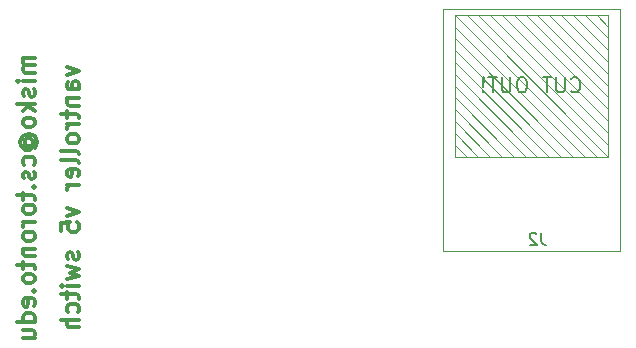
<source format=gbr>
%TF.GenerationSoftware,KiCad,Pcbnew,(5.1.9-0-10_14)*%
%TF.CreationDate,2021-07-01T16:44:21-07:00*%
%TF.ProjectId,vantroller_v5_switch,76616e74-726f-46c6-9c65-725f76355f73,rev?*%
%TF.SameCoordinates,Original*%
%TF.FileFunction,Legend,Bot*%
%TF.FilePolarity,Positive*%
%FSLAX46Y46*%
G04 Gerber Fmt 4.6, Leading zero omitted, Abs format (unit mm)*
G04 Created by KiCad (PCBNEW (5.1.9-0-10_14)) date 2021-07-01 16:44:21*
%MOMM*%
%LPD*%
G01*
G04 APERTURE LIST*
%ADD10C,0.300000*%
%ADD11C,0.120000*%
%ADD12C,0.150000*%
G04 APERTURE END LIST*
D10*
X31678571Y-104392857D02*
X30678571Y-104392857D01*
X30821428Y-104392857D02*
X30750000Y-104464285D01*
X30678571Y-104607142D01*
X30678571Y-104821428D01*
X30750000Y-104964285D01*
X30892857Y-105035714D01*
X31678571Y-105035714D01*
X30892857Y-105035714D02*
X30750000Y-105107142D01*
X30678571Y-105250000D01*
X30678571Y-105464285D01*
X30750000Y-105607142D01*
X30892857Y-105678571D01*
X31678571Y-105678571D01*
X31678571Y-106392857D02*
X30678571Y-106392857D01*
X30178571Y-106392857D02*
X30250000Y-106321428D01*
X30321428Y-106392857D01*
X30250000Y-106464285D01*
X30178571Y-106392857D01*
X30321428Y-106392857D01*
X31607142Y-107035714D02*
X31678571Y-107178571D01*
X31678571Y-107464285D01*
X31607142Y-107607142D01*
X31464285Y-107678571D01*
X31392857Y-107678571D01*
X31250000Y-107607142D01*
X31178571Y-107464285D01*
X31178571Y-107250000D01*
X31107142Y-107107142D01*
X30964285Y-107035714D01*
X30892857Y-107035714D01*
X30750000Y-107107142D01*
X30678571Y-107250000D01*
X30678571Y-107464285D01*
X30750000Y-107607142D01*
X31678571Y-108321428D02*
X30178571Y-108321428D01*
X31107142Y-108464285D02*
X31678571Y-108892857D01*
X30678571Y-108892857D02*
X31250000Y-108321428D01*
X31678571Y-109750000D02*
X31607142Y-109607142D01*
X31535714Y-109535714D01*
X31392857Y-109464285D01*
X30964285Y-109464285D01*
X30821428Y-109535714D01*
X30750000Y-109607142D01*
X30678571Y-109750000D01*
X30678571Y-109964285D01*
X30750000Y-110107142D01*
X30821428Y-110178571D01*
X30964285Y-110250000D01*
X31392857Y-110250000D01*
X31535714Y-110178571D01*
X31607142Y-110107142D01*
X31678571Y-109964285D01*
X31678571Y-109750000D01*
X30964285Y-111821428D02*
X30892857Y-111750000D01*
X30821428Y-111607142D01*
X30821428Y-111464285D01*
X30892857Y-111321428D01*
X30964285Y-111250000D01*
X31107142Y-111178571D01*
X31250000Y-111178571D01*
X31392857Y-111250000D01*
X31464285Y-111321428D01*
X31535714Y-111464285D01*
X31535714Y-111607142D01*
X31464285Y-111750000D01*
X31392857Y-111821428D01*
X30821428Y-111821428D02*
X31392857Y-111821428D01*
X31464285Y-111892857D01*
X31464285Y-111964285D01*
X31392857Y-112107142D01*
X31250000Y-112178571D01*
X30892857Y-112178571D01*
X30678571Y-112035714D01*
X30535714Y-111821428D01*
X30464285Y-111535714D01*
X30535714Y-111250000D01*
X30678571Y-111035714D01*
X30892857Y-110892857D01*
X31178571Y-110821428D01*
X31464285Y-110892857D01*
X31678571Y-111035714D01*
X31821428Y-111250000D01*
X31892857Y-111535714D01*
X31821428Y-111821428D01*
X31678571Y-112035714D01*
X31607142Y-113464285D02*
X31678571Y-113321428D01*
X31678571Y-113035714D01*
X31607142Y-112892857D01*
X31535714Y-112821428D01*
X31392857Y-112750000D01*
X30964285Y-112750000D01*
X30821428Y-112821428D01*
X30750000Y-112892857D01*
X30678571Y-113035714D01*
X30678571Y-113321428D01*
X30750000Y-113464285D01*
X31607142Y-114035714D02*
X31678571Y-114178571D01*
X31678571Y-114464285D01*
X31607142Y-114607142D01*
X31464285Y-114678571D01*
X31392857Y-114678571D01*
X31250000Y-114607142D01*
X31178571Y-114464285D01*
X31178571Y-114250000D01*
X31107142Y-114107142D01*
X30964285Y-114035714D01*
X30892857Y-114035714D01*
X30750000Y-114107142D01*
X30678571Y-114250000D01*
X30678571Y-114464285D01*
X30750000Y-114607142D01*
X31535714Y-115321428D02*
X31607142Y-115392857D01*
X31678571Y-115321428D01*
X31607142Y-115250000D01*
X31535714Y-115321428D01*
X31678571Y-115321428D01*
X30678571Y-115821428D02*
X30678571Y-116392857D01*
X30178571Y-116035714D02*
X31464285Y-116035714D01*
X31607142Y-116107142D01*
X31678571Y-116250000D01*
X31678571Y-116392857D01*
X31678571Y-117107142D02*
X31607142Y-116964285D01*
X31535714Y-116892857D01*
X31392857Y-116821428D01*
X30964285Y-116821428D01*
X30821428Y-116892857D01*
X30750000Y-116964285D01*
X30678571Y-117107142D01*
X30678571Y-117321428D01*
X30750000Y-117464285D01*
X30821428Y-117535714D01*
X30964285Y-117607142D01*
X31392857Y-117607142D01*
X31535714Y-117535714D01*
X31607142Y-117464285D01*
X31678571Y-117321428D01*
X31678571Y-117107142D01*
X31678571Y-118250000D02*
X30678571Y-118250000D01*
X30964285Y-118250000D02*
X30821428Y-118321428D01*
X30750000Y-118392857D01*
X30678571Y-118535714D01*
X30678571Y-118678571D01*
X31678571Y-119392857D02*
X31607142Y-119250000D01*
X31535714Y-119178571D01*
X31392857Y-119107142D01*
X30964285Y-119107142D01*
X30821428Y-119178571D01*
X30750000Y-119250000D01*
X30678571Y-119392857D01*
X30678571Y-119607142D01*
X30750000Y-119750000D01*
X30821428Y-119821428D01*
X30964285Y-119892857D01*
X31392857Y-119892857D01*
X31535714Y-119821428D01*
X31607142Y-119750000D01*
X31678571Y-119607142D01*
X31678571Y-119392857D01*
X30678571Y-120535714D02*
X31678571Y-120535714D01*
X30821428Y-120535714D02*
X30750000Y-120607142D01*
X30678571Y-120750000D01*
X30678571Y-120964285D01*
X30750000Y-121107142D01*
X30892857Y-121178571D01*
X31678571Y-121178571D01*
X30678571Y-121678571D02*
X30678571Y-122250000D01*
X30178571Y-121892857D02*
X31464285Y-121892857D01*
X31607142Y-121964285D01*
X31678571Y-122107142D01*
X31678571Y-122250000D01*
X31678571Y-122964285D02*
X31607142Y-122821428D01*
X31535714Y-122750000D01*
X31392857Y-122678571D01*
X30964285Y-122678571D01*
X30821428Y-122750000D01*
X30750000Y-122821428D01*
X30678571Y-122964285D01*
X30678571Y-123178571D01*
X30750000Y-123321428D01*
X30821428Y-123392857D01*
X30964285Y-123464285D01*
X31392857Y-123464285D01*
X31535714Y-123392857D01*
X31607142Y-123321428D01*
X31678571Y-123178571D01*
X31678571Y-122964285D01*
X31535714Y-124107142D02*
X31607142Y-124178571D01*
X31678571Y-124107142D01*
X31607142Y-124035714D01*
X31535714Y-124107142D01*
X31678571Y-124107142D01*
X31607142Y-125392857D02*
X31678571Y-125250000D01*
X31678571Y-124964285D01*
X31607142Y-124821428D01*
X31464285Y-124750000D01*
X30892857Y-124750000D01*
X30750000Y-124821428D01*
X30678571Y-124964285D01*
X30678571Y-125250000D01*
X30750000Y-125392857D01*
X30892857Y-125464285D01*
X31035714Y-125464285D01*
X31178571Y-124750000D01*
X31678571Y-126750000D02*
X30178571Y-126750000D01*
X31607142Y-126750000D02*
X31678571Y-126607142D01*
X31678571Y-126321428D01*
X31607142Y-126178571D01*
X31535714Y-126107142D01*
X31392857Y-126035714D01*
X30964285Y-126035714D01*
X30821428Y-126107142D01*
X30750000Y-126178571D01*
X30678571Y-126321428D01*
X30678571Y-126607142D01*
X30750000Y-126750000D01*
X30678571Y-128107142D02*
X31678571Y-128107142D01*
X30678571Y-127464285D02*
X31464285Y-127464285D01*
X31607142Y-127535714D01*
X31678571Y-127678571D01*
X31678571Y-127892857D01*
X31607142Y-128035714D01*
X31535714Y-128107142D01*
X34428571Y-105142857D02*
X35428571Y-105500000D01*
X34428571Y-105857142D01*
X35428571Y-107071428D02*
X34642857Y-107071428D01*
X34500000Y-107000000D01*
X34428571Y-106857142D01*
X34428571Y-106571428D01*
X34500000Y-106428571D01*
X35357142Y-107071428D02*
X35428571Y-106928571D01*
X35428571Y-106571428D01*
X35357142Y-106428571D01*
X35214285Y-106357142D01*
X35071428Y-106357142D01*
X34928571Y-106428571D01*
X34857142Y-106571428D01*
X34857142Y-106928571D01*
X34785714Y-107071428D01*
X34428571Y-107785714D02*
X35428571Y-107785714D01*
X34571428Y-107785714D02*
X34500000Y-107857142D01*
X34428571Y-108000000D01*
X34428571Y-108214285D01*
X34500000Y-108357142D01*
X34642857Y-108428571D01*
X35428571Y-108428571D01*
X34428571Y-108928571D02*
X34428571Y-109500000D01*
X33928571Y-109142857D02*
X35214285Y-109142857D01*
X35357142Y-109214285D01*
X35428571Y-109357142D01*
X35428571Y-109500000D01*
X35428571Y-110000000D02*
X34428571Y-110000000D01*
X34714285Y-110000000D02*
X34571428Y-110071428D01*
X34500000Y-110142857D01*
X34428571Y-110285714D01*
X34428571Y-110428571D01*
X35428571Y-111142857D02*
X35357142Y-111000000D01*
X35285714Y-110928571D01*
X35142857Y-110857142D01*
X34714285Y-110857142D01*
X34571428Y-110928571D01*
X34500000Y-111000000D01*
X34428571Y-111142857D01*
X34428571Y-111357142D01*
X34500000Y-111500000D01*
X34571428Y-111571428D01*
X34714285Y-111642857D01*
X35142857Y-111642857D01*
X35285714Y-111571428D01*
X35357142Y-111500000D01*
X35428571Y-111357142D01*
X35428571Y-111142857D01*
X35428571Y-112500000D02*
X35357142Y-112357142D01*
X35214285Y-112285714D01*
X33928571Y-112285714D01*
X35428571Y-113285714D02*
X35357142Y-113142857D01*
X35214285Y-113071428D01*
X33928571Y-113071428D01*
X35357142Y-114428571D02*
X35428571Y-114285714D01*
X35428571Y-114000000D01*
X35357142Y-113857142D01*
X35214285Y-113785714D01*
X34642857Y-113785714D01*
X34500000Y-113857142D01*
X34428571Y-114000000D01*
X34428571Y-114285714D01*
X34500000Y-114428571D01*
X34642857Y-114500000D01*
X34785714Y-114500000D01*
X34928571Y-113785714D01*
X35428571Y-115142857D02*
X34428571Y-115142857D01*
X34714285Y-115142857D02*
X34571428Y-115214285D01*
X34500000Y-115285714D01*
X34428571Y-115428571D01*
X34428571Y-115571428D01*
X34428571Y-117071428D02*
X35428571Y-117428571D01*
X34428571Y-117785714D01*
X33928571Y-119071428D02*
X33928571Y-118357142D01*
X34642857Y-118285714D01*
X34571428Y-118357142D01*
X34500000Y-118500000D01*
X34500000Y-118857142D01*
X34571428Y-119000000D01*
X34642857Y-119071428D01*
X34785714Y-119142857D01*
X35142857Y-119142857D01*
X35285714Y-119071428D01*
X35357142Y-119000000D01*
X35428571Y-118857142D01*
X35428571Y-118500000D01*
X35357142Y-118357142D01*
X35285714Y-118285714D01*
X35357142Y-120857142D02*
X35428571Y-121000000D01*
X35428571Y-121285714D01*
X35357142Y-121428571D01*
X35214285Y-121500000D01*
X35142857Y-121500000D01*
X35000000Y-121428571D01*
X34928571Y-121285714D01*
X34928571Y-121071428D01*
X34857142Y-120928571D01*
X34714285Y-120857142D01*
X34642857Y-120857142D01*
X34500000Y-120928571D01*
X34428571Y-121071428D01*
X34428571Y-121285714D01*
X34500000Y-121428571D01*
X34428571Y-122000000D02*
X35428571Y-122285714D01*
X34714285Y-122571428D01*
X35428571Y-122857142D01*
X34428571Y-123142857D01*
X35428571Y-123714285D02*
X34428571Y-123714285D01*
X33928571Y-123714285D02*
X34000000Y-123642857D01*
X34071428Y-123714285D01*
X34000000Y-123785714D01*
X33928571Y-123714285D01*
X34071428Y-123714285D01*
X34428571Y-124214285D02*
X34428571Y-124785714D01*
X33928571Y-124428571D02*
X35214285Y-124428571D01*
X35357142Y-124500000D01*
X35428571Y-124642857D01*
X35428571Y-124785714D01*
X35357142Y-125928571D02*
X35428571Y-125785714D01*
X35428571Y-125500000D01*
X35357142Y-125357142D01*
X35285714Y-125285714D01*
X35142857Y-125214285D01*
X34714285Y-125214285D01*
X34571428Y-125285714D01*
X34500000Y-125357142D01*
X34428571Y-125500000D01*
X34428571Y-125785714D01*
X34500000Y-125928571D01*
X35428571Y-126571428D02*
X33928571Y-126571428D01*
X35428571Y-127214285D02*
X34642857Y-127214285D01*
X34500000Y-127142857D01*
X34428571Y-127000000D01*
X34428571Y-126785714D01*
X34500000Y-126642857D01*
X34571428Y-126571428D01*
D11*
%TO.C,J2*%
X67250000Y-112750000D02*
X80250000Y-112750000D01*
X80250000Y-112750000D02*
X80250000Y-100750000D01*
X67250000Y-100750000D02*
X80250000Y-100750000D01*
X67250000Y-112750000D02*
X67250000Y-100750000D01*
X66250000Y-120750000D02*
X81250000Y-120750000D01*
X81250000Y-120750000D02*
X81250000Y-100250000D01*
X66250000Y-100250000D02*
X66250000Y-120750000D01*
X81250000Y-100250000D02*
X66250000Y-100250000D01*
X78250000Y-112750000D02*
X67250000Y-101750000D01*
X77250000Y-112750000D02*
X78250000Y-112750000D01*
X67250000Y-102750000D02*
X77250000Y-112750000D01*
X67250000Y-103750000D02*
X67250000Y-102750000D01*
X76250000Y-112750000D02*
X67250000Y-103750000D01*
X75250000Y-112750000D02*
X76250000Y-112750000D01*
X67250000Y-104750000D02*
X75250000Y-112750000D01*
X67250000Y-105750000D02*
X67250000Y-104750000D01*
X74250000Y-112750000D02*
X67250000Y-105750000D01*
X73250000Y-112750000D02*
X74250000Y-112750000D01*
X67250000Y-106750000D02*
X73250000Y-112750000D01*
X67250000Y-107750000D02*
X67250000Y-106750000D01*
X72250000Y-112750000D02*
X67250000Y-107750000D01*
X71250000Y-112750000D02*
X72250000Y-112750000D01*
X67250000Y-108750000D02*
X71250000Y-112750000D01*
X67250000Y-109750000D02*
X67250000Y-108750000D01*
X70250000Y-112750000D02*
X67250000Y-109750000D01*
X69250000Y-112750000D02*
X70250000Y-112750000D01*
X67250000Y-110750000D02*
X69250000Y-112750000D01*
X67250000Y-111750000D02*
X67250000Y-110750000D01*
X68250000Y-112750000D02*
X67250000Y-111750000D01*
X67250000Y-100750000D02*
X79250000Y-112750000D01*
X79250000Y-100750000D02*
X80250000Y-101750000D01*
X78250000Y-100750000D02*
X79250000Y-100750000D01*
X80250000Y-102750000D02*
X78250000Y-100750000D01*
X80250000Y-102250000D02*
X80250000Y-102750000D01*
X80250000Y-103750000D02*
X80250000Y-102250000D01*
X77250000Y-100750000D02*
X80250000Y-103750000D01*
X76250000Y-100750000D02*
X77250000Y-100750000D01*
X80250000Y-104750000D02*
X76250000Y-100750000D01*
X80250000Y-105750000D02*
X80250000Y-104750000D01*
X75250000Y-100750000D02*
X80250000Y-105750000D01*
X74250000Y-100750000D02*
X75250000Y-100750000D01*
X80250000Y-106750000D02*
X74250000Y-100750000D01*
X80250000Y-106250000D02*
X80250000Y-106750000D01*
X80250000Y-107750000D02*
X80250000Y-106250000D01*
X73250000Y-100750000D02*
X80250000Y-107750000D01*
X72250000Y-100750000D02*
X73250000Y-100750000D01*
X80250000Y-108750000D02*
X72250000Y-100750000D01*
X80250000Y-109750000D02*
X80250000Y-108750000D01*
X71250000Y-100750000D02*
X80250000Y-109750000D01*
X71750000Y-100750000D02*
X71250000Y-100750000D01*
X70250000Y-100750000D02*
X71750000Y-100750000D01*
X80250000Y-110750000D02*
X70250000Y-100750000D01*
X80250000Y-110250000D02*
X80250000Y-110750000D01*
X80250000Y-111750000D02*
X80250000Y-110250000D01*
X69250000Y-100750000D02*
X80250000Y-111750000D01*
X68250000Y-100750000D02*
X69250000Y-100750000D01*
X80250000Y-112750000D02*
X68250000Y-100750000D01*
D12*
X74583333Y-119202380D02*
X74583333Y-119916666D01*
X74630952Y-120059523D01*
X74726190Y-120154761D01*
X74869047Y-120202380D01*
X74964285Y-120202380D01*
X74154761Y-119297619D02*
X74107142Y-119250000D01*
X74011904Y-119202380D01*
X73773809Y-119202380D01*
X73678571Y-119250000D01*
X73630952Y-119297619D01*
X73583333Y-119392857D01*
X73583333Y-119488095D01*
X73630952Y-119630952D01*
X74202380Y-120202380D01*
X73583333Y-120202380D01*
X77106428Y-107203571D02*
X77166904Y-107264047D01*
X77348333Y-107324523D01*
X77469285Y-107324523D01*
X77650714Y-107264047D01*
X77771666Y-107143095D01*
X77832142Y-107022142D01*
X77892619Y-106780238D01*
X77892619Y-106598809D01*
X77832142Y-106356904D01*
X77771666Y-106235952D01*
X77650714Y-106115000D01*
X77469285Y-106054523D01*
X77348333Y-106054523D01*
X77166904Y-106115000D01*
X77106428Y-106175476D01*
X76562142Y-106054523D02*
X76562142Y-107082619D01*
X76501666Y-107203571D01*
X76441190Y-107264047D01*
X76320238Y-107324523D01*
X76078333Y-107324523D01*
X75957380Y-107264047D01*
X75896904Y-107203571D01*
X75836428Y-107082619D01*
X75836428Y-106054523D01*
X75413095Y-106054523D02*
X74687380Y-106054523D01*
X75050238Y-107324523D02*
X75050238Y-106054523D01*
X73054523Y-106054523D02*
X72812619Y-106054523D01*
X72691666Y-106115000D01*
X72570714Y-106235952D01*
X72510238Y-106477857D01*
X72510238Y-106901190D01*
X72570714Y-107143095D01*
X72691666Y-107264047D01*
X72812619Y-107324523D01*
X73054523Y-107324523D01*
X73175476Y-107264047D01*
X73296428Y-107143095D01*
X73356904Y-106901190D01*
X73356904Y-106477857D01*
X73296428Y-106235952D01*
X73175476Y-106115000D01*
X73054523Y-106054523D01*
X71965952Y-106054523D02*
X71965952Y-107082619D01*
X71905476Y-107203571D01*
X71845000Y-107264047D01*
X71724047Y-107324523D01*
X71482142Y-107324523D01*
X71361190Y-107264047D01*
X71300714Y-107203571D01*
X71240238Y-107082619D01*
X71240238Y-106054523D01*
X70816904Y-106054523D02*
X70091190Y-106054523D01*
X70454047Y-107324523D02*
X70454047Y-106054523D01*
X69667857Y-107203571D02*
X69607380Y-107264047D01*
X69667857Y-107324523D01*
X69728333Y-107264047D01*
X69667857Y-107203571D01*
X69667857Y-107324523D01*
X69667857Y-106840714D02*
X69728333Y-106115000D01*
X69667857Y-106054523D01*
X69607380Y-106115000D01*
X69667857Y-106840714D01*
X69667857Y-106054523D01*
%TD*%
M02*

</source>
